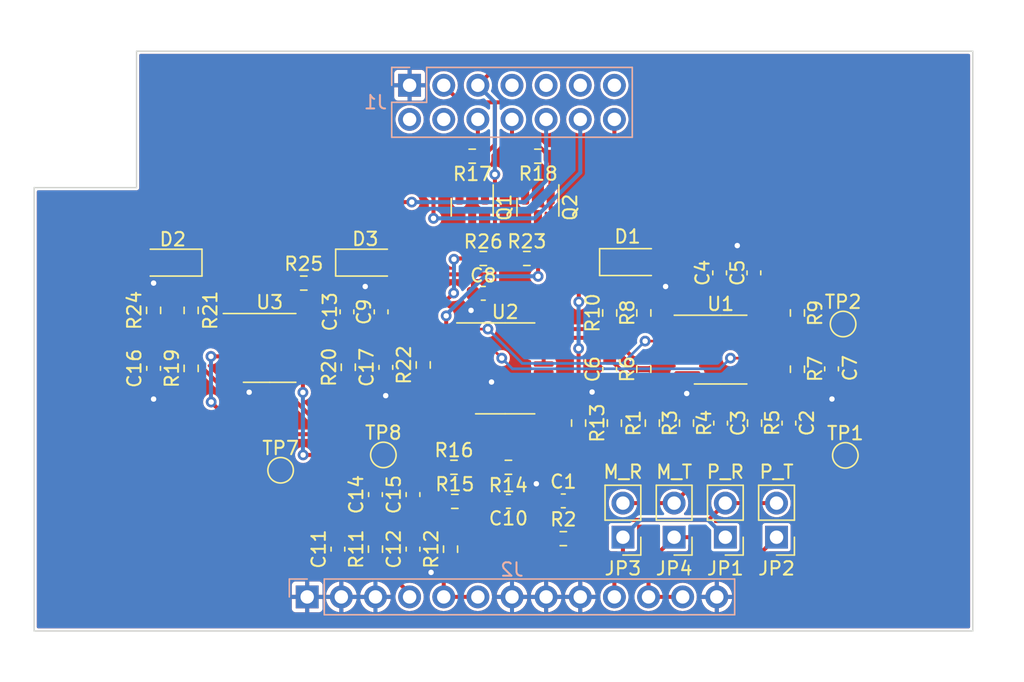
<source format=kicad_pcb>
(kicad_pcb (version 20211014) (generator pcbnew)
  (title_block (title "SW2E1") (date "2022-10-08") (rev "1") (company "saawsm"))
  (layers (0 "F.Cu" signal) (31 "B.Cu" signal) (34 "B.Paste" user) (35 "F.Paste" user) (36 "B.SilkS" user "B.Silkscreen") (37 "F.SilkS" user "F.Silkscreen") (38 "B.Mask" user) (39 "F.Mask" user) (44 "Edge.Cuts" user))
  (net 0 "")
  (net 1 "GND")
  (net 2 "Net-(C2-Pad2)")
  (net 3 "Net-(C1-Pad2)")
  (net 4 "Net-(C2-Pad1)")
  (net 5 "Net-(C3-Pad2)")
  (net 6 "Net-(C6-Pad2)")
  (net 7 "Net-(C7-Pad2)")
  (net 8 "Net-(C10-Pad2)")
  (net 9 "/AUDIO_LEFT")
  (net 10 "+3.3V")
  (net 11 "/AUDIO_RIGHT")
  (net 12 "Net-(C11-Pad2)")
  (net 13 "Net-(C12-Pad2)")
  (net 15 "Net-(C14-Pad2)")
  (net 16 "Net-(C17-Pad2)")
  (net 19 "Net-(C15-Pad2)")
  (net 20 "/SDA")
  (net 22 "/AUX1R")
  (net 23 "/AUX1T")
  (net 24 "/AUX2R")
  (net 25 "/AUX2T")
  (net 26 "/SCL")
  (net 28 "Net-(C16-Pad2)")
  (net 29 "/MIC")
  (net 31 "+5V")
  (net 32 "Net-(R6-Pad2)")
  (net 33 "/SDA_5V")
  (net 34 "Net-(R7-Pad2)")
  (net 35 "/SCL_5V")
  (net 36 "Net-(R8-Pad1)")
  (net 37 "Net-(JP1-Pad2)")
  (net 38 "Net-(R9-Pad1)")
  (net 39 "Net-(R10-Pad1)")
  (net 40 "Net-(R19-Pad2)")
  (net 41 "/MIC_PRE")
  (net 42 "Net-(R21-Pad2)")
  (net 43 "Net-(R22-Pad2)")
  (net 44 "Net-(R20-Pad2)")
  (net 45 "Net-(R21-Pad1)")
  (net 46 "Net-(R22-Pad1)")
  (footprint "Package_TO_SOT_SMD:SOT-23" (layer "F.Cu") (at 126.578949 90.370142 -90)
    (fp_text reference "Q1")
    (fp_text value "BSS138L")
  )
  (footprint "Capacitor_SMD:C_0603_1608Metric" (layer "F.Cu") (at 102.87 102.362 90)
    (fp_text reference "C16")
    (fp_text value "1uF")
  )
  (footprint "Capacitor_SMD:C_0603_1608Metric" (layer "F.Cu") (at 150.146544 106.438848 90)
    (fp_text reference "C2")
    (fp_text value "10nF")
  )
  (footprint "Resistor_SMD:R_0603_1608Metric" (layer "F.Cu") (at 126.578949 86.560142 180)
    (fp_text reference "R17")
    (fp_text value "10k")
  )
  (footprint "Diode_SMD:D_SOD-123F" (layer "F.Cu") (at 104.27 94.488 180)
    (fp_text reference "D2")
    (fp_text value "3.3V")
  )
  (footprint "Resistor_SMD:R_0603_1608Metric" (layer "F.Cu") (at 137.16 106.438848 -90)
    (fp_text reference "R1")
    (fp_text value "1.5k")
  )
  (footprint "Capacitor_SMD:C_0603_1608Metric" (layer "F.Cu") (at 147.54 95.25 -90)
    (fp_text reference "C5")
    (fp_text value "1uF")
  )
  (footprint "Package_SO:TSSOP-20_4.4x6.5mm_P0.65mm" (layer "F.Cu") (at 129.032 102.362)
    (fp_text reference "U2")
    (fp_text value "MCP4451-xxxx-ST")
  )
  (footprint "Resistor_SMD:R_0603_1608Metric" (layer "F.Cu") (at 139.985 106.438848 -90)
    (fp_text reference "R3")
    (fp_text value "100k")
  )
  (footprint "Capacitor_SMD:C_0603_1608Metric" (layer "F.Cu") (at 127.403949 96.774 180)
    (fp_text reference "C8")
    (fp_text value "100nF")
  )
  (footprint "Capacitor_SMD:C_0603_1608Metric" (layer "F.Cu") (at 129.273 112.268 180)
    (fp_text reference "C10")
    (fp_text value "1uF")
  )
  (footprint "Resistor_SMD:R_0603_1608Metric" (layer "F.Cu") (at 131.468949 86.560142 180)
    (fp_text reference "R18")
    (fp_text value "10k")
  )
  (footprint "Capacitor_SMD:C_0603_1608Metric" (layer "F.Cu") (at 119.38 111.76 90)
    (fp_text reference "C14")
    (fp_text value "10nF")
  )
  (footprint "Resistor_SMD:R_0603_1608Metric" (layer "F.Cu") (at 150.78 98.235 -90)
    (fp_text reference "R9")
    (fp_text value "1k")
  )
  (footprint "Package_SO:SOIC-8_3.9x4.9mm_P1.27mm" (layer "F.Cu") (at 111.506 100.838)
    (fp_text reference "U3")
    (fp_text value "TLV272IS-13")
  )
  (footprint "Resistor_SMD:R_0603_1608Metric" (layer "F.Cu") (at 122.936 102.108 90)
    (fp_text reference "R22")
    (fp_text value "100")
  )
  (footprint "Capacitor_SMD:C_0603_1608Metric" (layer "F.Cu") (at 136.81 102.425 90)
    (fp_text reference "C6")
    (fp_text value "1uF")
  )
  (footprint "Diode_SMD:D_SOD-123F" (layer "F.Cu") (at 138.26055 94.448299)
    (fp_text reference "D1")
    (fp_text value "3.3V")
  )
  (footprint "Resistor_SMD:R_0603_1608Metric" (layer "F.Cu") (at 105.664 98.044 -90)
    (fp_text reference "R21")
    (fp_text value "100")
  )
  (footprint "Connector_PinHeader_2.54mm:PinHeader_1x02_P2.54mm_Vertical" (layer "F.Cu") (at 149.225 114.935 180)
    (fp_text reference "JP2")
    (fp_text value "P_T")
  )
  (footprint "Resistor_SMD:R_0603_1608Metric" (layer "F.Cu") (at 136.81 98.235 90)
    (fp_text reference "R10")
    (fp_text value "1k")
  )
  (footprint "Capacitor_SMD:C_0603_1608Metric" (layer "F.Cu") (at 133.358533 112.23)
    (fp_text reference "C1")
    (fp_text value "2.2uF")
  )
  (footprint "Diode_SMD:D_SOD-123F" (layer "F.Cu") (at 118.618 94.488)
    (fp_text reference "D3")
    (fp_text value "3.3V")
  )
  (footprint "Capacitor_SMD:C_0603_1608Metric" (layer "F.Cu") (at 117.260337 98.152378 -90)
    (fp_text reference "C13")
    (fp_text value "1uF")
  )
  (footprint "Capacitor_SMD:C_0603_1608Metric" (layer "F.Cu") (at 145.065 106.438848 -90)
    (fp_text reference "C3")
    (fp_text value "1uF")
  )
  (footprint "Connector_PinHeader_2.54mm:PinHeader_1x02_P2.54mm_Vertical" (layer "F.Cu") (at 145.415 114.935 180)
    (fp_text reference "JP1")
    (fp_text value "P_R")
  )
  (footprint "Capacitor_SMD:C_0603_1608Metric" (layer "F.Cu") (at 120.152449 102.288499 90)
    (fp_text reference "C17")
    (fp_text value "1uF")
  )
  (footprint "Capacitor_SMD:C_0603_1608Metric" (layer "F.Cu") (at 122.174 115.824 90)
    (fp_text reference "C12")
    (fp_text value "6.8nF")
  )
  (footprint "TestPoint:TestPoint_Pad_D1.5mm" (layer "F.Cu") (at 154.178 99.06)
    (fp_text reference "TP2")
    (fp_text value "PO")
  )
  (footprint "Resistor_SMD:R_0603_1608Metric" (layer "F.Cu") (at 125.285 112.268)
    (fp_text reference "R15")
    (fp_text value "1M")
  )
  (footprint "Resistor_SMD:R_0603_1608Metric" (layer "F.Cu") (at 147.590317 106.438848 -90)
    (fp_text reference "R5")
    (fp_text value "1M")
  )
  (footprint "Resistor_SMD:R_0603_1608Metric" (layer "F.Cu") (at 134.495963 106.434087 90)
    (fp_text reference "R13")
    (fp_text value "100k")
  )
  (footprint "Resistor_SMD:R_0603_1608Metric" (layer "F.Cu") (at 114.046 96.012)
    (fp_text reference "R25")
    (fp_text value "1k")
  )
  (footprint "Capacitor_SMD:C_0603_1608Metric" (layer "F.Cu") (at 122.174 111.76 90)
    (fp_text reference "C15")
    (fp_text value "10nF")
  )
  (footprint "Resistor_SMD:R_0603_1608Metric" (layer "F.Cu") (at 139.35 102.425 90)
    (fp_text reference "R6")
    (fp_text value "10k")
  )
  (footprint "Resistor_SMD:R_0603_1608Metric" (layer "F.Cu") (at 139.35 98.235 90)
    (fp_text reference "R8")
    (fp_text value "100")
  )
  (footprint "Resistor_SMD:R_0603_1608Metric" (layer "F.Cu") (at 142.525 106.438848 -90)
    (fp_text reference "R4")
    (fp_text value "100k")
  )
  (footprint "TestPoint:TestPoint_Pad_D1.5mm" (layer "F.Cu") (at 119.967256 108.807453)
    (fp_text reference "TP8")
    (fp_text value "RPI")
  )
  (footprint "Resistor_SMD:R_0603_1608Metric" (layer "F.Cu") (at 127.403949 94.180142 180)
    (fp_text reference "R26")
    (fp_text value "10k")
  )
  (footprint "Package_TO_SOT_SMD:SOT-23" (layer "F.Cu") (at 131.468949 90.370142 -90)
    (fp_text reference "Q2")
    (fp_text value "BSS138L")
  )
  (footprint "Connector_PinHeader_2.54mm:PinHeader_1x02_P2.54mm_Vertical" (layer "F.Cu") (at 137.795 114.935 180)
    (fp_text reference "JP3")
    (fp_text value "M_R")
  )
  (footprint "Resistor_SMD:R_0603_1608Metric" (layer "F.Cu") (at 125.222 109.728 180)
    (fp_text reference "R16")
    (fp_text value "1M")
  )
  (footprint "Resistor_SMD:R_0603_1608Metric" (layer "F.Cu") (at 124.968 115.824 90)
    (fp_text reference "R12")
    (fp_text value "1k")
  )
  (footprint "Capacitor_SMD:C_0603_1608Metric" (layer "F.Cu") (at 153.32 102.400045 90)
    (fp_text reference "C7")
    (fp_text value "2.2uF")
  )
  (footprint "Resistor_SMD:R_0603_1608Metric" (layer "F.Cu") (at 102.87 98.044 90)
    (fp_text reference "R24")
    (fp_text value "1k")
  )
  (footprint "Resistor_SMD:R_0603_1608Metric" (layer "F.Cu") (at 105.664 102.362 90)
    (fp_text reference "R19")
    (fp_text value "10k")
  )
  (footprint "Resistor_SMD:R_0603_1608Metric" (layer "F.Cu") (at 129.273 109.728 180)
    (fp_text reference "R14")
    (fp_text value "100k")
  )
  (footprint "TestPoint:TestPoint_Pad_D1.5mm" (layer "F.Cu") (at 154.343212 108.841247)
    (fp_text reference "TP1")
    (fp_text value "PO")
  )
  (footprint "Resistor_SMD:R_0603_1608Metric" (layer "F.Cu") (at 133.358533 115.043233)
    (fp_text reference "R2")
    (fp_text value "1.5k")
  )
  (footprint "TestPoint:TestPoint_Pad_D1.5mm" (layer "F.Cu") (at 112.32139 109.948832)
    (fp_text reference "TP7")
    (fp_text value "TPI")
  )
  (footprint "Resistor_SMD:R_0603_1608Metric" (layer "F.Cu") (at 150.78 102.425 90)
    (fp_text reference "R7")
    (fp_text value "1k")
  )
  (footprint "Capacitor_SMD:C_0603_1608Metric" (layer "F.Cu") (at 116.586 115.824 90)
    (fp_text reference "C11")
    (fp_text value "6.8nF")
  )
  (footprint "Capacitor_SMD:C_0603_1608Metric" (layer "F.Cu") (at 119.800337 98.152378 90)
    (fp_text reference "C9")
    (fp_text value "100nF")
  )
  (footprint "Resistor_SMD:R_0603_1608Metric" (layer "F.Cu") (at 117.358449 102.275499 90)
    (fp_text reference "R20")
    (fp_text value "10k")
  )
  (footprint "Resistor_SMD:R_0603_1608Metric" (layer "F.Cu") (at 119.38 115.824 90)
    (fp_text reference "R11")
    (fp_text value "1k")
  )
  (footprint "Resistor_SMD:R_0603_1608Metric" (layer "F.Cu") (at 130.643949 94.180142)
    (fp_text reference "R23")
    (fp_text value "10k")
  )
  (footprint "Capacitor_SMD:C_0603_1608Metric" (layer "F.Cu") (at 144.990779 95.25 90)
    (fp_text reference "C4")
    (fp_text value "100nF")
  )
  (footprint "Connector_PinHeader_2.54mm:PinHeader_1x02_P2.54mm_Vertical" (layer "F.Cu") (at 141.605 114.935 180)
    (fp_text reference "JP4")
    (fp_text value "M_T")
  )
  (footprint "Package_SO:SOIC-8_3.9x4.9mm_P1.27mm" (layer "F.Cu") (at 145.065 100.965)
    (fp_text reference "U1")
    (fp_text value "TLV272IS-13")
  )
  (footprint "Connector_PinHeader_2.54mm:PinHeader_1x13_P2.54mm_Vertical" (layer "B.Cu") (at 114.3 119.38 -90)
    (fp_text reference "J2")
    (fp_text value "AEXP-A")
  )
  (footprint "Connector_PinHeader_2.54mm:PinHeader_2x07_P2.54mm_Vertical" (layer "B.Cu") (at 121.92 81.28 -90)
    (fp_text reference "J1")
    (fp_text value "AEXP-B")
  )
  (gr_line locked (start 93.98 88.9) (end 93.98 121.92) (layer "Edge.Cuts") (width 0.1))
  (gr_line locked (start 101.6 78.74) (end 101.6 88.9) (layer "Edge.Cuts") (width 0.1))
  (gr_line locked (start 101.6 88.9) (end 93.98 88.9) (layer "Edge.Cuts") (width 0.1))
  (gr_line locked (start 163.83 78.74) (end 101.6 78.74) (layer "Edge.Cuts") (width 0.1))
  (gr_line (start 163.83 121.92) (end 163.83 78.74) (layer "Edge.Cuts") (width 0.1))
  (gr_line (start 93.98 121.92) (end 163.83 121.92) (layer "Edge.Cuts") (width 0.1))
  (via (at 128.016 103.378) (size 0.8) (drill 0.4) (layers "F.Cu" "B.Cu") (net 1))
  (via (at 102.87 104.648) (size 0.8) (drill 0.4) (layers "F.Cu" "B.Cu") (net 1))
  (via (at 146.304 93.218) (size 0.8) (drill 0.4) (layers "F.Cu" "B.Cu") (net 1))
  (via (at 142.540896 104.233019) (size 0.8) (drill 0.4) (layers "F.Cu" "B.Cu") (net 1))
  (via (at 153.349861 104.643743) (size 0.8) (drill 0.4) (layers "F.Cu" "B.Cu") (net 1))
  (via (at 109.982 104.14) (size 0.8) (drill 0.4) (layers "F.Cu" "B.Cu") (net 1))
  (via (at 135.500099 104.123006) (size 0.8) (drill 0.4) (layers "F.Cu" "B.Cu") (net 1))
  (via (at 120.142 104.394) (size 0.8) (drill 0.4) (layers "F.Cu" "B.Cu") (net 1))
  (via (at 126.492 98.044) (size 0.8) (drill 0.4) (layers "F.Cu" "B.Cu") (net 1))
  (via (at 102.87 96.012) (size 0.8) (drill 0.4) (layers "F.Cu" "B.Cu") (net 1))
  (via (at 131.350807 110.955708) (size 0.8) (drill 0.4) (layers "F.Cu" "B.Cu") (net 1))
  (via (at 123.517636 117.555899) (size 0.8) (drill 0.4) (layers "F.Cu" "B.Cu") (net 1))
  (via (at 140.97 96.266) (size 0.8) (drill 0.4) (layers "F.Cu" "B.Cu") (net 1))
  (via (at 118.618 96.266) (size 0.8) (drill 0.4) (layers "F.Cu" "B.Cu") (net 1))
  (segment (start 147.590317 102.920317) (end 147.54 102.87) (width 0.3) (layer "F.Cu") (net 2))
  (segment (start 154.307247 108.841247) (end 154.343212 108.841247) (width 0.3) (layer "F.Cu") (net 2))
  (segment (start 147.590317 105.613848) (end 150.096544 105.613848) (width 0.3) (layer "F.Cu") (net 2))
  (segment (start 147.590317 105.613848) (end 147.590317 102.920317) (width 0.3) (layer "F.Cu") (net 2))
  (segment (start 150.146544 105.663848) (end 151.129848 105.663848) (width 0.3) (layer "F.Cu") (net 2))
  (segment (start 151.129848 105.663848) (end 154.307247 108.841247) (width 0.3) (layer "F.Cu") (net 2))
  (segment (start 150.096544 105.613848) (end 150.146544 105.663848) (width 0.3) (layer "F.Cu") (net 2))
  (segment (start 132.533533 113.853541) (end 134.133533 112.253541) (width 0.3) (layer "F.Cu") (net 3))
  (segment (start 134.133533 112.253541) (end 134.133533 112.23) (width 0.3) (layer "F.Cu") (net 3))
  (segment (start 137.16 107.263848) (end 137.16 109.203533) (width 0.3) (layer "F.Cu") (net 3))
  (segment (start 132.533533 115.043233) (end 132.533533 113.853541) (width 0.3) (layer "F.Cu") (net 3))
  (segment (start 137.16 109.203533) (end 134.133533 112.23) (width 0.3) (layer "F.Cu") (net 3))
  (segment (start 148.775392 108.585) (end 150.146544 107.213848) (width 0.3) (layer "F.Cu") (net 4))
  (segment (start 141.605 112.395) (end 137.795 112.395) (width 0.3) (layer "F.Cu") (net 4))
  (segment (start 145.415 108.585) (end 148.775392 108.585) (width 0.3) (layer "F.Cu") (net 4))
  (segment (start 141.605 112.395) (end 145.415 108.585) (width 0.3) (layer "F.Cu") (net 4))
  (segment (start 142.407304 107.263848) (end 142.525 107.263848) (width 0.3) (layer "F.Cu") (net 5))
  (segment (start 139.985 105.613848) (end 140.757304 105.613848) (width 0.3) (layer "F.Cu") (net 5))
  (segment (start 140.757304 105.613848) (end 142.407304 107.263848) (width 0.3) (layer "F.Cu") (net 5))
  (segment (start 142.525 107.263848) (end 147.590317 107.263848) (width 0.3) (layer "F.Cu") (net 5))
  (segment (start 138.404783 103.25) (end 139.35 103.25) (width 0.3) (layer "F.Cu") (net 6))
  (segment (start 136.81 101.655217) (end 138.404783 103.25) (width 0.3) (layer "F.Cu") (net 6))
  (segment (start 150.87075 103.25) (end 152.495705 101.625045) (width 0.3) (layer "F.Cu") (net 7))
  (segment (start 150.78 103.25) (end 150.87075 103.25) (width 0.3) (layer "F.Cu") (net 7))
  (segment (start 152.495705 101.625045) (end 153.32 101.625045) (width 0.3) (layer "F.Cu") (net 7))
  (segment (start 126.11 112.268) (end 128.498 112.268) (width 0.3) (layer "F.Cu") (net 8))
  (segment (start 133.718154 107.259087) (end 132.44077 108.536471) (width 0.3) (layer "F.Cu") (net 8))
  (segment (start 126.11 112.268) (end 126.11 109.728) (width 0.3) (layer "F.Cu") (net 8))
  (segment (start 134.495963 107.259087) (end 133.718154 107.259087) (width 0.3) (layer "F.Cu") (net 8))
  (segment (start 128.448 109.613911) (end 128.448 109.728) (width 0.3) (layer "F.Cu") (net 8))
  (segment (start 128.448 112.218) (end 128.498 112.268) (width 0.2) (layer "F.Cu") (net 8))
  (segment (start 128.448 109.728) (end 128.448 112.218) (width 0.3) (layer "F.Cu") (net 8))
  (segment (start 129.52544 108.536471) (end 128.448 109.613911) (width 0.3) (layer "F.Cu") (net 8))
  (segment (start 132.44077 108.536471) (end 129.52544 108.536471) (width 0.3) (layer "F.Cu") (net 8))
  (segment (start 117.218 93.602) (end 120.840099 89.979901) (width 0.3) (layer "F.Cu") (net 9))
  (segment (start 120.840099 89.979901) (end 122.082595 89.979901) (width 0.3) (layer "F.Cu") (net 9))
  (segment (start 117.218 94.488) (end 117.218 93.602) (width 0.3) (layer "F.Cu") (net 9))
  (segment (start 115.694 96.012) (end 117.218 94.488) (width 0.3) (layer "F.Cu") (net 9))
  (segment (start 114.871 96.012) (end 115.694 96.012) (width 0.3) (layer "F.Cu") (net 9))
  (via (at 122.082595 89.979901) (size 0.8) (drill 0.4) (layers "F.Cu" "B.Cu") (net 9))
  (segment (start 132.08 88.392) (end 130.492099 89.979901) (width 0.3) (layer "B.Cu") (net 9))
  (segment (start 132.08 83.82) (end 132.08 88.392) (width 0.3) (layer "B.Cu") (net 9))
  (segment (start 130.492099 89.979901) (end 122.082595 89.979901) (width 0.3) (layer "B.Cu") (net 9))
  (segment (start 137.155239 105.609087) (end 137.16 105.613848) (width 0.3) (layer "F.Cu") (net 10))
  (segment (start 124.46 81.28) (end 125.73 82.55) (width 0.3) (layer "F.Cu") (net 10))
  (segment (start 127.403949 86.560142) (end 128.27 85.694091) (width 0.3) (layer "F.Cu") (net 10))
  (segment (start 134.495963 105.609087) (end 134.495963 100.877911) (width 0.3) (layer "F.Cu") (net 10))
  (segment (start 130.175 82.55) (end 130.81 83.185) (width 0.3) (layer "F.Cu") (net 10))
  (segment (start 138.253934 105.613848) (end 139.903934 107.263848) (width 0.3) (layer "F.Cu") (net 10))
  (segment (start 125.73 82.55) (end 128.27 82.55) (width 0.3) (layer "F.Cu") (net 10))
  (segment (start 130.81 83.185) (end 130.81 85.076193) (width 0.3) (layer "F.Cu") (net 10))
  (segment (start 137.16 105.613848) (end 138.253934 105.613848) (width 0.3) (layer "F.Cu") (net 10))
  (segment (start 127.528949 89.432642) (end 127.505755 89.409448) (width 0.3) (layer "F.Cu") (net 10))
  (segment (start 128.27 85.694091) (end 128.27 82.55) (width 0.3) (layer "F.Cu") (net 10))
  (segment (start 130.81 85.076193) (end 132.293949 86.560142) (width 0.3) (layer "F.Cu") (net 10))
  (segment (start 127.505755 86.661948) (end 127.403949 86.560142) (width 0.3) (layer "F.Cu") (net 10))
  (segment (start 134.495963 105.609087) (end 137.155239 105.609087) (width 0.3) (layer "F.Cu") (net 10))
  (segment (start 132.293949 86.560142) (end 132.399184 86.665377) (width 0.3) (layer "F.Cu") (net 10))
  (segment (start 139.903934 107.263848) (end 139.985 107.263848) (width 0.3) (layer "F.Cu") (net 10))
  (segment (start 127.505755 89.409448) (end 127.505755 86.661948) (width 0.3) (layer "F.Cu") (net 10))
  (segment (start 132.399184 89.412877) (end 132.418949 89.432642) (width 0.3) (layer "F.Cu") (net 10))
  (segment (start 132.418949 89.432642) (end 132.418949 90.494411) (width 0.3) (layer "F.Cu") (net 10))
  (segment (start 132.418949 90.494411) (end 134.509987 92.585449) (width 0.3) (layer "F.Cu") (net 10))
  (segment (start 128.27 82.55) (end 130.175 82.55) (width 0.3) (layer "F.Cu") (net 10))
  (segment (start 134.509987 92.585449) (end 134.509987 97.412247) (width 0.3) (layer "F.Cu") (net 10))
  (segment (start 134.495963 100.877911) (end 134.496235 100.877639) (width 0.3) (layer "F.Cu") (net 10))
  (segment (start 132.399184 86.665377) (end 132.399184 89.412877) (width 0.3) (layer "F.Cu") (net 10))
  (via (at 134.509987 97.412247) (size 0.8) (drill 0.4) (layers "F.Cu" "B.Cu") (net 10))
  (via (at 134.496235 100.877639) (size 0.8) (drill 0.4) (layers "F.Cu" "B.Cu") (net 10))
  (segment (start 134.496235 97.425999) (end 134.509987 97.412247) (width 0.3) (layer "B.Cu") (net 10))
  (segment (start 134.496235 100.877639) (end 134.496235 97.425999) (width 0.3) (layer "B.Cu") (net 10))
  (segment (start 105.67 94.488) (end 114.554 94.488) (width 0.3) (layer "F.Cu") (net 11))
  (segment (start 114.554 94.488) (end 120.396 88.646) (width 0.3) (layer "F.Cu") (net 11))
  (segment (start 122.682 88.646) (end 123.698 89.662) (width 0.3) (layer "F.Cu") (net 11))
  (segment (start 120.396 88.646) (end 122.682 88.646) (width 0.3) (layer "F.Cu") (net 11))
  (segment (start 123.698 89.662) (end 123.698 91.190038) (width 0.3) (layer "F.Cu") (net 11))
  (segment (start 102.939 97.219) (end 105.67 94.488) (width 0.3) (layer "F.Cu") (net 11))
  (segment (start 102.87 97.219) (end 102.939 97.219) (width 0.2) (layer "F.Cu") (net 11))
  (via (at 123.698 91.190038) (size 0.8) (drill 0.4) (layers "F.Cu" "B.Cu") (net 11))
  (segment (start 131.220101 91.190038) (end 123.698 91.190038) (width 0.3) (layer "B.Cu") (net 11))
  (segment (start 134.62 87.790139) (end 131.220101 91.190038) (width 0.3) (layer "B.Cu") (net 11))
  (segment (start 134.62 83.82) (end 134.62 87.790139) (width 0.3) (layer "B.Cu") (net 11))
  (segment (start 116.586 115.049) (end 119.33 115.049) (width 0.3) (layer "F.Cu") (net 12))
  (segment (start 119.33 115.049) (end 119.38 114.999) (width 0.3) (layer "F.Cu") (net 12))
  (segment (start 119.38 112.535) (end 119.38 115.049) (width 0.3) (layer "F.Cu") (net 12))
  (segment (start 124.968 114.999) (end 122.224 114.999) (width 0.3) (layer "F.Cu") (net 13))
  (segment (start 122.174 114.999) (end 122.174 112.535) (width 0.3) (layer "F.Cu") (net 13))
  (segment (start 121.263974 111.758384) (end 120.49059 110.985) (width 0.2) (layer "F.Cu") (net 15))
  (segment (start 124.46 112.268) (end 123.698 112.268) (width 0.2) (layer "F.Cu") (net 15))
  (segment (start 123.188384 111.758384) (end 121.263974 111.758384) (width 0.2) (layer "F.Cu") (net 15))
  (segment (start 107.138548 101.469631) (end 109.027631 101.469631) (width 0.3) (layer "F.Cu") (net 15))
  (segment (start 112.268 109.982) (end 107.154282 104.868282) (width 0.3) (layer "F.Cu") (net 15))
  (segment (start 120.49059 110.985) (end 119.38 110.985) (width 0.2) (layer "F.Cu") (net 15))
  (segment (start 109.027631 101.469631) (end 109.031 101.473) (width 0.3) (layer "F.Cu") (net 15))
  (segment (start 123.698 112.268) (end 123.188384 111.758384) (width 0.2) (layer "F.Cu") (net 15))
  (segment (start 119.38 110.985) (end 118.377 109.982) (width 0.3) (layer "F.Cu") (net 15))
  (segment (start 112.268 109.982) (end 118.377 109.982) (width 0.3) (layer "F.Cu") (net 15))
  (via (at 107.154282 104.868282) (size 0.8) (drill 0.4) (layers "F.Cu" "B.Cu") (net 15))
  (via (at 107.138548 101.469631) (size 0.8) (drill 0.4) (layers "F.Cu" "B.Cu") (net 15))
  (segment (start 107.138548 101.469631) (end 107.138548 104.852548) (width 0.3) (layer "B.Cu") (net 15))
  (segment (start 107.138548 104.852548) (end 107.154282 104.868282) (width 0.3) (layer "B.Cu") (net 15))
  (segment (start 117.358449 103.100499) (end 117.434753 103.100499) (width 0.3) (layer "F.Cu") (net 16))
  (segment (start 117.434753 103.100499) (end 119.021753 101.513499) (width 0.3) (layer "F.Cu") (net 16))
  (segment (start 119.021753 101.513499) (end 120.152449 101.513499) (width 0.3) (layer "F.Cu") (net 16))
  (segment (start 122.174 110.985) (end 119.997655 108.808655) (width 0.3) (layer "F.Cu") (net 19))
  (segment (start 119.997655 108.808655) (end 113.99655 108.808655) (width 0.3) (layer "F.Cu") (net 19))
  (segment (start 124.397 110.299) (end 123.711 110.985) (width 0.2) (layer "F.Cu") (net 19))
  (segment (start 113.981 102.743) (end 113.981 104.151058) (width 0.3) (layer "F.Cu") (net 19))
  (segment (start 124.397 109.728) (end 124.397 110.299) (width 0.2) (layer "F.Cu") (net 19))
  (segment (start 113.981 104.151058) (end 113.980815 104.151243) (width 0.3) (layer "F.Cu") (net 19))
  (segment (start 123.711 110.985) (end 122.174 110.985) (width 0.2) (layer "F.Cu") (net 19))
  (via (at 113.99655 108.808655) (size 0.8) (drill 0.4) (layers "F.Cu" "B.Cu") (net 19))
  (via (at 113.980815 104.151243) (size 0.8) (drill 0.4) (layers "F.Cu" "B.Cu") (net 19))
  (segment (start 113.980815 108.79292) (end 113.99655 108.808655) (width 0.3) (layer "B.Cu") (net 19))
  (segment (start 113.980815 104.151243) (end 113.980815 108.79292) (width 0.3) (layer "B.Cu") (net 19))
  (segment (start 125.664818 86.649273) (end 125.664818 89.396773) (width 0.3) (layer "F.Cu") (net 20))
  (segment (start 125.753949 86.560142) (end 125.664818 86.649273) (width 0.3) (layer "F.Cu") (net 20))
  (segment (start 125.664818 89.396773) (end 125.628949 89.432642) (width 0.3) (layer "F.Cu") (net 20))
  (segment (start 127 85.314091) (end 125.753949 86.560142) (width 0.3) (layer "F.Cu") (net 20))
  (segment (start 127 83.82) (end 127 85.314091) (width 0.3) (layer "F.Cu") (net 20))
  (segment (start 119.443 116.649) (end 121.92 119.126) (width 0.3) (layer "F.Cu") (net 22))
  (segment (start 121.92 119.126) (end 121.92 119.38) (width 0.3) (layer "F.Cu") (net 22))
  (segment (start 119.38 116.649) (end 119.443 116.649) (width 0.3) (layer "F.Cu") (net 22))
  (segment (start 124.46 118.11) (end 124.968 117.602) (width 0.3) (layer "F.Cu") (net 23))
  (segment (start 127 119.38) (end 124.46 119.38) (width 0.3) (layer "F.Cu") (net 23))
  (segment (start 124.46 119.38) (end 124.46 118.11) (width 0.3) (layer "F.Cu") (net 23))
  (segment (start 124.968 117.602) (end 124.968 116.649) (width 0.3) (layer "F.Cu") (net 23))
  (segment (start 137.16 117.47251) (end 137.16 119.38) (width 0.3) (layer "F.Cu") (net 24))
  (segment (start 137.795 116.83751) (end 137.16 117.47251) (width 0.3) (layer "F.Cu") (net 24))
  (segment (start 137.795 114.935) (end 137.795 116.83751) (width 0.3) (layer "F.Cu") (net 24))
  (segment (start 139.086955 113.643045) (end 137.795 114.935) (width 0.3) (layer "B.Cu") (net 24))
  (segment (start 144.123045 113.643045) (end 139.086955 113.643045) (width 0.3) (layer "B.Cu") (net 24))
  (segment (start 145.415 114.935) (end 144.123045 113.643045) (width 0.3) (layer "B.Cu") (net 24))
  (segment (start 139.7 116.84) (end 139.7 119.38) (width 0.3) (layer "F.Cu") (net 25))
  (segment (start 147.921728 116.238272) (end 144.10041 116.238272) (width 0.3) (layer "F.Cu") (net 25))
  (segment (start 144.10041 116.238272) (end 142.797138 114.935) (width 0.3) (layer "F.Cu") (net 25))
  (segment (start 141.605 114.935) (end 139.7 116.84) (width 0.3) (layer "F.Cu") (net 25))
  (segment (start 142.797138 114.935) (end 141.605 114.935) (width 0.3) (layer "F.Cu") (net 25))
  (segment (start 149.225 114.935) (end 147.921728 116.238272) (width 0.3) (layer "F.Cu") (net 25))
  (segment (start 139.7 119.38) (end 142.24 119.38) (width 0.3) (layer "F.Cu") (net 25))
  (segment (start 129.54 85.456193) (end 130.643949 86.560142) (width 0.3) (layer "F.Cu") (net 26))
  (segment (start 130.589717 89.361874) (end 130.589717 86.614374) (width 0.3) (layer "F.Cu") (net 26))
  (segment (start 130.518949 89.432642) (end 130.589717 89.361874) (width 0.3) (layer "F.Cu") (net 26))
  (segment (start 129.54 83.82) (end 129.54 85.456193) (width 0.3) (layer "F.Cu") (net 26))
  (segment (start 130.589717 86.614374) (end 130.643949 86.560142) (width 0.3) (layer "F.Cu") (net 26))
  (segment (start 104.467437 103.187) (end 105.664 103.187) (width 0.3) (layer "F.Cu") (net 28))
  (segment (start 102.87 101.589563) (end 104.467437 103.187) (width 0.3) (layer "F.Cu") (net 28))
  (segment (start 102.87 101.587) (end 102.87 101.589563) (width 0.3) (layer "F.Cu") (net 28))
  (segment (start 136.81 97.41) (end 136.81 94.498849) (width 0.3) (layer "F.Cu") (net 29))
  (segment (start 137.16 83.82) (end 137.16 85.725) (width 0.3) (layer "F.Cu") (net 29))
  (segment (start 137.16 85.725) (end 136.86055 86.02445) (width 0.3) (layer "F.Cu") (net 29))
  (segment (start 136.81 94.498849) (end 136.86055 94.448299) (width 0.3) (layer "F.Cu") (net 29))
  (segment (start 136.86055 86.02445) (end 136.86055 94.448299) (width 0.3) (layer "F.Cu") (net 29))
  (segment (start 128.12871 95.36271) (end 124.60129 95.36271) (width 0.3) (layer "F.Cu") (net 31))
  (segment (start 144.990779 96.025) (end 147.54 96.025) (width 0.3) (layer "F.Cu") (net 31))
  (segment (start 128.27 87.92783) (end 128.261011 87.918841) (width 0.3) (layer "F.Cu") (net 31))
  (segment (start 128.228949 95.462949) (end 128.12871 95.36271) (width 0.3) (layer "F.Cu") (net 31))
  (segment (start 113.981 98.933) (end 119.794715 98.933) (width 0.3) (layer "F.Cu") (net 31))
  (segment (start 147.54 99.06) (end 147.54 96.09) (width 0.3) (layer "F.Cu") (net 31))
  (segment (start 124.60129 95.36271) (end 121.036622 98.927378) (width 0.3) (layer "F.Cu") (net 31))
  (segment (start 142.24 84.252715) (end 137.841638 79.854353) (width 0.3) (layer "F.Cu") (net 31))
  (segment (start 119.794715 98.933) (end 119.800337 98.927378) (width 0.3) (layer "F.Cu") (net 31))
  (segment (start 131.8945 101.387) (end 131.8945 102.037) (width 0.3) (layer "F.Cu") (net 31))
  (segment (start 144.990779 96.025) (end 143.015 96.025) (width 0.3) (layer "F.Cu") (net 31))
  (segment (start 130.923796 101.387) (end 131.8945 101.387) (width 0.3) (layer "F.Cu") (net 31))
  (segment (start 129.818949 94.180142) (end 128.228949 94.180142) (width 0.3) (layer "F.Cu") (net 31))
  (segment (start 128.228949 95.462949) (end 128.228949 96.724) (width 0.3) (layer "F.Cu") (net 31))
  (segment (start 130.048 98.643051) (end 130.048 100.511204) (width 0.3) (layer "F.Cu") (net 31))
  (segment (start 130.048 100.511204) (end 130.923796 101.387) (width 0.3) (layer "F.Cu") (net 31))
  (segment (start 128.228949 94.180142) (end 128.228949 95.462949) (width 0.3) (layer "F.Cu") (net 31))
  (segment (start 128.27 94.139091) (end 128.27 87.92783) (width 0.3) (layer "F.Cu") (net 31))
  (segment (start 143.015 96.025) (end 142.24 95.25) (width 0.3) (layer "F.Cu") (net 31))
  (segment (start 147.54 96.09) (end 147.605 96.025) (width 0.3) (layer "F.Cu") (net 31))
  (segment (start 137.841638 79.854353) (end 128.425647 79.854353) (width 0.3) (layer "F.Cu") (net 31))
  (segment (start 121.036622 98.927378) (end 119.800337 98.927378) (width 0.3) (layer "F.Cu") (net 31))
  (segment (start 128.228949 94.180142) (end 128.27 94.139091) (width 0.3) (layer "F.Cu") (net 31))
  (segment (start 128.178949 96.774) (end 130.048 98.643051) (width 0.3) (layer "F.Cu") (net 31))
  (segment (start 128.425647 79.854353) (end 127 81.28) (width 0.3) (layer "F.Cu") (net 31))
  (segment (start 128.228949 96.724) (end 128.178949 96.774) (width 0.3) (layer "F.Cu") (net 31))
  (segment (start 142.24 95.25) (end 142.24 84.252715) (width 0.3) (layer "F.Cu") (net 31))
  (via (at 128.261011 87.918841) (size 0.8) (drill 0.4) (layers "F.Cu" "B.Cu") (net 31))
  (segment (start 128.261011 82.541011) (end 128.261011 87.918841) (width 0.3) (layer "B.Cu") (net 31))
  (segment (start 127 81.28) (end 128.261011 82.541011) (width 0.3) (layer "B.Cu") (net 31))
  (segment (start 140.083735 101.6) (end 141.353735 100.33) (width 0.3) (layer "F.Cu") (net 32))
  (segment (start 139.35 101.6) (end 138.580234 101.6) (width 0.3) (layer "F.Cu") (net 32))
  (segment (start 139.35 101.6) (end 140.083735 101.6) (width 0.3) (layer "F.Cu") (net 32))
  (segment (start 141.353735 100.33) (end 142.59 100.33) (width 0.3) (layer "F.Cu") (net 32))
  (segment (start 135.500236 100.547739) (end 135.039497 100.087) (width 0.3) (layer "F.Cu") (net 32))
  (segment (start 138.580234 101.6) (end 137.527973 100.547739) (width 0.3) (layer "F.Cu") (net 32))
  (segment (start 135.039497 100.087) (end 131.8945 100.087) (width 0.3) (layer "F.Cu") (net 32))
  (segment (start 137.527973 100.547739) (end 135.500236 100.547739) (width 0.3) (layer "F.Cu") (net 32))
  (segment (start 123.89457 101.440041) (end 123.89457 98.057476) (width 0.3) (layer "F.Cu") (net 33))
  (segment (start 126.578949 94.180142) (end 125.275858 94.180142) (width 0.3) (layer "F.Cu") (net 33))
  (segment (start 126.578949 91.307642) (end 126.578949 94.180142) (width 0.3) (layer "F.Cu") (net 33))
  (segment (start 126.1695 102.687) (end 125.141529 102.687) (width 0.3) (layer "F.Cu") (net 33))
  (segment (start 123.89457 98.057476) (end 125.200023 96.752023) (width 0.3) (layer "F.Cu") (net 33))
  (segment (start 125.275858 94.180142) (end 125.222 94.234) (width 0.3) (layer "F.Cu") (net 33))
  (segment (start 125.141529 102.687) (end 123.89457 101.440041) (width 0.3) (layer "F.Cu") (net 33))
  (via (at 125.200023 96.752023) (size 0.8) (drill 0.4) (layers "F.Cu" "B.Cu") (net 33))
  (via (at 125.222 94.234) (size 0.8) (drill 0.4) (layers "F.Cu" "B.Cu") (net 33))
  (segment (start 125.222 94.234) (end 125.222 96.730046) (width 0.3) (layer "B.Cu") (net 33))
  (segment (start 125.222 96.730046) (end 125.200023 96.752023) (width 0.3) (layer "B.Cu") (net 33))
  (segment (start 147.54 101.6) (end 150.78 101.6) (width 0.3) (layer "F.Cu") (net 34))
  (segment (start 126.1695 100.087) (end 127.265 100.087) (width 0.2) (layer "F.Cu") (net 34))
  (segment (start 145.796 101.6) (end 147.54 101.6) (width 0.2) (layer "F.Cu") (net 34))
  (segment (start 127.265 100.087) (end 128.778 101.6) (width 0.2) (layer "F.Cu") (net 34))
  (via (at 145.796 101.6) (size 0.8) (drill 0.4) (layers "F.Cu" "B.Cu") (net 34))
  (via (at 128.778 101.6) (size 0.8) (drill 0.4) (layers "F.Cu" "B.Cu") (net 34))
  (segment (start 145.796 101.6) (end 145.004984 102.391016) (width 0.2) (layer "B.Cu") (net 34))
  (segment (start 129.569016 102.391016) (end 128.778 101.6) (width 0.2) (layer "B.Cu") (net 34))
  (segment (start 145.004984 102.391016) (end 129.569016 102.391016) (width 0.2) (layer "B.Cu") (net 34))
  (segment (start 125.19793 102.037) (end 124.64407 101.48314) (width 0.3) (layer "F.Cu") (net 35))
  (segment (start 126.1695 102.037) (end 125.19793 102.037) (width 0.3) (layer "F.Cu") (net 35))
  (segment (start 124.64407 101.48314) (end 124.64407 98.450882) (width 0.3) (layer "F.Cu") (net 35))
  (segment (start 131.468949 91.307642) (end 131.468949 94.180142) (width 0.3) (layer "F.Cu") (net 35))
  (segment (start 131.482222 94.193415) (end 131.468949 94.180142) (width 0.3) (layer "F.Cu") (net 35))
  (segment (start 131.482222 95.507219) (end 131.482222 94.193415) (width 0.3) (layer "F.Cu") (net 35))
  (via (at 131.482222 95.507219) (size 0.8) (drill 0.4) (layers "F.Cu" "B.Cu") (net 35))
  (via (at 124.64407 98.450882) (size 0.8) (drill 0.4) (layers "F.Cu" "B.Cu") (net 35))
  (segment (start 131.482222 95.507219) (end 127.504781 95.507219) (width 0.3) (layer "B.Cu") (net 35))
  (segment (start 127.504781 95.507219) (end 124.64407 98.36793) (width 0.3) (layer "B.Cu") (net 35))
  (segment (start 124.64407 98.36793) (end 124.64407 98.450882) (width 0.3) (layer "B.Cu") (net 35))
  (segment (start 138.30197 100.048238) (end 139.290208 99.06) (width 0.3) (layer "F.Cu") (net 36))
  (segment (start 131.8945 99.437) (end 135.095899 99.437) (width 0.3) (layer "F.Cu") (net 36))
  (segment (start 135.095899 99.437) (end 135.707137 100.048238) (width 0.3) (layer "F.Cu") (net 36))
  (segment (start 139.290208 99.06) (end 139.35 99.06) (width 0.3) (layer "F.Cu") (net 36))
  (segment (start 135.707137 100.048238) (end 138.30197 100.048238) (width 0.3) (layer "F.Cu") (net 36))
  (segment (start 134.283233 115.043233) (end 135.147956 115.043233) (width 0.3) (layer "F.Cu") (net 37))
  (segment (start 135.147956 115.043233) (end 136.542826 113.648363) (width 0.3) (layer "F.Cu") (net 37))
  (segment (start 144.161637 113.648363) (end 145.415 112.395) (width 0.3) (layer "F.Cu") (net 37))
  (segment (start 145.415 112.395) (end 149.225 112.395) (width 0.3) (layer "F.Cu") (net 37))
  (segment (start 136.542826 113.648363) (end 144.161637 113.648363) (width 0.3) (layer "F.Cu") (net 37))
  (segment (start 140.208 100.33) (end 139.446 100.33) (width 0.2) (layer "F.Cu") (net 38))
  (segment (start 149.606 98.501828) (end 149.606 99.093145) (width 0.2) (layer "F.Cu") (net 38))
  (segment (start 150.78 97.41) (end 150.697828 97.41) (width 0.2) (layer "F.Cu") (net 38))
  (segment (start 149.606 99.093145) (end 149.021133 99.678012) (width 0.2) (layer "F.Cu") (net 38))
  (segment (start 149.021133 99.678012) (end 140.859988 99.678012) (width 0.2) (layer "F.Cu") (net 38))
  (segment (start 150.697828 97.41) (end 149.606 98.501828) (width 0.2) (layer "F.Cu") (net 38))
  (segment (start 126.1695 99.437) (end 127.743358 99.437) (width 0.2) (layer "F.Cu") (net 38))
  (segment (start 127.743358 99.437) (end 127.746633 99.433725) (width 0.2) (layer "F.Cu") (net 38))
  (segment (start 140.859988 99.678012) (end 140.208 100.33) (width 0.2) (layer "F.Cu") (net 38))
  (via (at 139.446 100.33) (size 0.8) (drill 0.4) (layers "F.Cu" "B.Cu") (net 38))
  (via (at 127.746633 99.433725) (size 0.8) (drill 0.4) (layers "F.Cu" "B.Cu") (net 38))
  (segment (start 139.446 100.33) (end 137.784485 101.991515) (width 0.2) (layer "B.Cu") (net 38))
  (segment (start 130.304423 101.991515) (end 127.746633 99.433725) (width 0.2) (layer "B.Cu") (net 38))
  (segment (start 137.784485 101.991515) (end 130.304423 101.991515) (width 0.2) (layer "B.Cu") (net 38))
  (segment (start 139.424608 97.41) (end 141.074608 99.06) (width 0.3) (layer "F.Cu") (net 39))
  (segment (start 141.074608 99.06) (end 142.59 99.06) (width 0.3) (layer "F.Cu") (net 39))
  (segment (start 136.899962 99.06) (end 138.549962 97.41) (width 0.3) (layer "F.Cu") (net 39))
  (segment (start 139.35 97.41) (end 139.424608 97.41) (width 0.3) (layer "F.Cu") (net 39))
  (segment (start 138.549962 97.41) (end 139.35 97.41) (width 0.3) (layer "F.Cu") (net 39))
  (segment (start 105.727001 101.537) (end 107.061001 100.203) (width 0.3) (layer "F.Cu") (net 40))
  (segment (start 133.239987 104.97408) (end 133.239987 105.893193) (width 0.3) (layer "F.Cu") (net 40))
  (segment (start 107.061001 100.203) (end 109.031 100.203) (width 0.3) (layer "F.Cu") (net 40))
  (segment (start 105.729124 101.537) (end 105.664 101.537) (width 0.3) (layer "F.Cu") (net 40))
  (segment (start 131.8945 104.637) (end 132.902907 104.637) (width 0.3) (layer "F.Cu") (net 40))
  (segment (start 111.459402 107.267278) (end 105.729124 101.537) (width 0.3) (layer "F.Cu") (net 40))
  (segment (start 105.664 101.537) (end 105.727001 101.537) (width 0.3) (layer "F.Cu") (net 40))
  (segment (start 133.239987 105.893193) (end 131.865902 107.267278) (width 0.3) (layer "F.Cu") (net 40))
  (segment (start 131.865902 107.267278) (end 111.459402 107.267278) (width 0.3) (layer "F.Cu") (net 40))
  (segment (start 132.902907 104.637) (end 133.239987 104.97408) (width 0.3) (layer "F.Cu") (net 40))
  (segment (start 145.288 100.33) (end 147.54 100.33) (width 0.3) (layer "F.Cu") (net 41))
  (segment (start 147.54 100.33) (end 149.429278 100.33) (width 0.3) (layer "F.Cu") (net 41))
  (segment (start 144.018 101.6) (end 145.288 100.33) (width 0.3) (layer "F.Cu") (net 41))
  (segment (start 142.59 101.6) (end 144.018 101.6) (width 0.3) (layer "F.Cu") (net 41))
  (segment (start 149.429278 100.33) (end 150.699278 99.06) (width 0.3) (layer "F.Cu") (net 41))
  (segment (start 150.78 99.06) (end 154.178 99.06) (width 0.3) (layer "F.Cu") (net 41))
  (segment (start 150.699278 99.06) (end 150.78 99.06) (width 0.3) (layer "F.Cu") (net 41))
  (segment (start 109.031 98.933) (end 105.728 98.933) (width 0.3) (layer "F.Cu") (net 42))
  (segment (start 102.87 98.869) (end 105.664 98.869) (width 0.3) (layer "F.Cu") (net 42))
  (segment (start 105.728 98.933) (end 105.664 98.869) (width 0.3) (layer "F.Cu") (net 42))
  (segment (start 122.872205 101.283) (end 122.936 101.283) (width 0.3) (layer "F.Cu") (net 43))
  (segment (start 112.46131 99.873696) (end 112.46131 96.821203) (width 0.3) (layer "F.Cu") (net 43))
  (segment (start 115.668116 100.168162) (end 115.907998 99.92828) (width 0.3) (layer "F.Cu") (net 43))
  (segment (start 113.981 100.203) (end 115.633278 100.203) (width 0.3) (layer "F.Cu") (net 43))
  (segment (start 112.790614 100.203) (end 112.46131 99.873696) (width 0.3) (layer "F.Cu") (net 43))
  (segment (start 113.981 100.203) (end 112.790614 100.203) (width 0.3) (layer "F.Cu") (net 43))
  (segment (start 112.46131 96.821203) (end 113.221 96.061513) (width 0.3) (layer "F.Cu") (net 43))
  (segment (start 115.633278 100.203) (end 115.668116 100.168162) (width 0.2) (layer "F.Cu") (net 43))
  (segment (start 115.907998 99.92828) (end 121.517485 99.92828) (width 0.3) (layer "F.Cu") (net 43))
  (segment (start 113.221 96.061513) (end 113.221 96.012) (width 0.3) (layer "F.Cu") (net 43))
  (segment (start 121.517485 99.92828) (end 122.872205 101.283) (width 0.3) (layer "F.Cu") (net 43))
  (segment (start 122.111 101.701882) (end 120.836899 100.427781) (width 0.3) (layer "F.Cu") (net 44))
  (segment (start 125.113397 104.637) (end 124.073341 103.596944) (width 0.3) (layer "F.Cu") (net 44))
  (segment (start 119.255582 100.427781) (end 118.232864 101.450499) (width 0.3) (layer "F.Cu") (net 44))
  (segment (start 122.508183 102.108) (end 122.111 101.710817) (width 0.3) (layer "F.Cu") (net 44))
  (segment (start 118.232864 101.450499) (end 117.358449 101.450499) (width 0.3) (layer "F.Cu") (net 44))
  (segment (start 124.073341 102.535095) (end 123.646246 102.108) (width 0.3) (layer "F.Cu") (net 44))
  (segment (start 124.073341 103.596944) (end 124.073341 102.535095) (width 0.3) (layer "F.Cu") (net 44))
  (segment (start 123.646246 102.108) (end 122.508183 102.108) (width 0.3) (layer "F.Cu") (net 44))
  (segment (start 126.1695 104.637) (end 125.113397 104.637) (width 0.3) (layer "F.Cu") (net 44))
  (segment (start 113.981 101.473) (end 117.284 101.473) (width 0.3) (layer "F.Cu") (net 44))
  (segment (start 122.111 101.710817) (end 122.111 101.701882) (width 0.3) (layer "F.Cu") (net 44))
  (segment (start 120.836899 100.427781) (end 119.255582 100.427781) (width 0.3) (layer "F.Cu") (net 44))
  (segment (start 114.808 106.172) (end 129.98054 106.172) (width 0.3) (layer "F.Cu") (net 45))
  (segment (start 105.664 97.219) (end 109.750409 97.219) (width 0.3) (layer "F.Cu") (net 45))
  (segment (start 109.750409 97.219) (end 111.252 98.720591) (width 0.3) (layer "F.Cu") (net 45))
  (segment (start 130.86554 105.287) (end 131.8945 105.287) (width 0.3) (layer "F.Cu") (net 45))
  (segment (start 111.252 98.720591) (end 111.252 102.616) (width 0.3) (layer "F.Cu") (net 45))
  (segment (start 129.98054 106.172) (end 130.86554 105.287) (width 0.3) (layer "F.Cu") (net 45))
  (segment (start 111.252 102.616) (end 114.808 106.172) (width 0.3) (layer "F.Cu") (net 45))
  (segment (start 122.936 102.933) (end 122.936 103.541393) (width 0.3) (layer "F.Cu") (net 46))
  (segment (start 124.681607 105.287) (end 126.1695 105.287) (width 0.3) (layer "F.Cu") (net 46))
  (segment (start 122.936 103.541393) (end 124.681607 105.287) (width 0.3) (layer "F.Cu") (net 46))
  (zone (net 1) (net_name "GND") (layers F&B.Cu) (connect_pads (clearance 0.2)) (min_thickness 0.2) (fill yes (thermal_gap 0.3) (thermal_bridge_width 0.3))
    (polygon (pts (xy 165.735 75.565) (xy 167.64 125.095) (xy 91.44 125.73) (xy 94.615 74.93)))
  )
)
</source>
